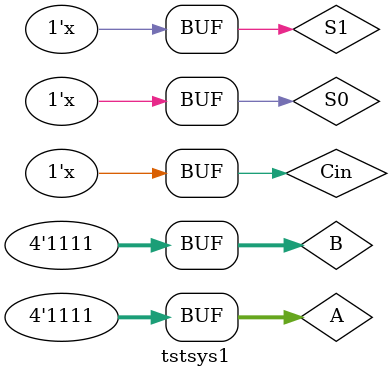
<source format=v>
   module mux_4x1 ( x,y,z,v,s1,s0,f) ;
	  input x,y,z,v,s1,s0;
	  output f;
	  wire w0,w1,w2,w3,w4,w5;
	  not #3ns gate1(w0,s0);
	  not #3ns gate2(w1,s1);   
	  and #7ns gate3(w2,x,w0,w1);	
	  and #7ns gate4(w3,y,s0,w1);
	  and #7ns gate5(w4,z,w0,s1);
	  and #7ns gate6(w5,v,s0,s1); 
	  or #7ns gate7(f,w2,w3,w4,w5);	
	  endmodule
	  
	  		   module full_adder ( x,y,cin,sum,cout);		
			   input x,y,cin;
			   output sum,cout;
			   wire w1,w2,w3;
			   xor #11ns gate1(w1,x,y);
			   and #7ns gate2(w2,x,y); 
			   xor #11ns gate3(sum,w1,cin); 
			   and #7ns gate4(w3,w1,cin); 
			   or #7ns gate5(cout,w3,w2);	
			   endmodule   
			   
			   
module four_bit_adder(x,y,cin,sum,cout);
	input [3:0] x,y;
	input cin;
	output [3:0] sum;
	output cout;
	wire[2:0]c;
	
	full_adder fl1(cin,x[0],y[0],sum[0],c[0]);
	full_adder fl2(c[0],x[1],y[1],sum[1],c[1]);
	full_adder fl3(c[1],x[2],y[2],sum[2],c[2]);
	full_adder fl4(c[2],x[3],y[3],sum[3],cout);
endmodule	
			   
			   
module system1 (A,S1,S0,B,Cin,D,Cout);
	input [3:0] A,B;
	input Cin,S1,S0;
	output [3:0] D;
	output Cout;   
	wire [3:0] Y;
	wire [3:0] BP;
	not #3ns g1(BP[0],B[0]);
	not #3ns g2(BP[1],B[1]);
	not #3ns g3(BP[2],B[2]);
	not #3ns g4(BP[3],B[3]);   
	mux_4x1 m1(B[0],BP[0],1'b0,1'b1,S1,S0,Y[0]);  
	mux_4x1 m2(B[1],BP[1],1'b0,1'b1,S1,S0,Y[1]); 
	mux_4x1 m3(B[2],BP[2],1'b0,1'b1,S1,S0,Y[2]); 
	mux_4x1 m4(B[3],BP[3],1'b0,1'b1,S1,S0,Y[3]);  
	four_bit_adder frb(A,Y,Cin,D,Cout); 
   endmodule  

   module tstsys1();
	   reg [3:0] A,B;
	   reg Cin,S1,S0;
	   wire [3:0] D;
	   wire Cout;
	   
	   system1 sys(A,S1,S0,B,Cin,D,Cout);
	   
	   initial 
		   begin 
	
			   
			 {A[0],A[1],A[2],A[3],S1,S0,B[0],B[1],B[2],B[3],Cin} =11'b00000000000;
			repeat (15)	 
			  begin
			#50ns 	{A[0],A[1],A[2],A[3]} = {A[0],A[1],A[2],A[3]}  +  4'b0001 ;	
			
		#50ns 	{B[0],B[1],B[2],B[3]} = {B[0],B[1],B[2],B[3]}  +  4'b0001 ;	
			 end
		   end
		   always #100ns {S1,S0, Cin}={S1,S0, Cin}+1;
			   
		   endmodule
			 
			   
	   
	   
	   
</source>
